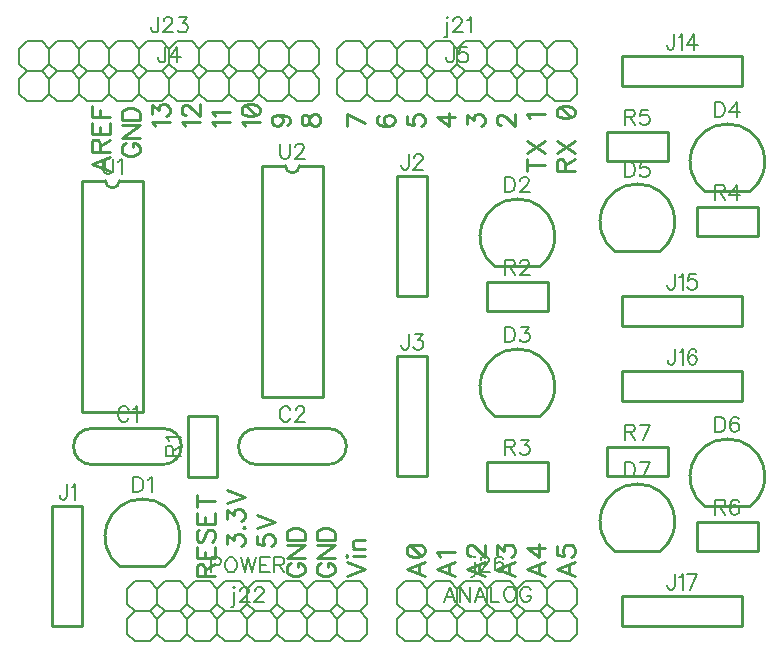
<source format=gbr>
G04 DipTrace 2.4.0.2*
%INTopSilk.gbr*%
%MOIN*%
%ADD10C,0.0098*%
%ADD15C,0.006*%
%ADD46C,0.0077*%
%ADD47C,0.0093*%
%FSLAX44Y44*%
G04*
G70*
G90*
G75*
G01*
%LNTopSilk*%
%LPD*%
X20190Y5440D2*
D15*
X20690D1*
X20940Y5190D1*
Y4690D1*
X20690Y4440D1*
X20940Y5190D2*
X21190Y5440D1*
X21690D1*
X21940Y5190D1*
Y4690D1*
X21690Y4440D1*
X21190D1*
X20940Y4690D1*
X18940Y5190D2*
X19190Y5440D1*
X19690D1*
X19940Y5190D1*
Y4690D1*
X19690Y4440D1*
X19190D1*
X18940Y4690D1*
X20190Y5440D2*
X19940Y5190D1*
Y4690D2*
X20190Y4440D1*
X20690D2*
X20190D1*
X17190Y5440D2*
X17690D1*
X17940Y5190D1*
Y4690D1*
X17690Y4440D1*
X17940Y5190D2*
X18190Y5440D1*
X18690D1*
X18940Y5190D1*
Y4690D1*
X18690Y4440D1*
X18190D1*
X17940Y4690D1*
X16940Y5190D2*
Y4690D1*
X17190Y5440D2*
X16940Y5190D1*
Y4690D2*
X17190Y4440D1*
X17690D2*
X17190D1*
X22190Y5440D2*
X22690D1*
X22940Y5190D1*
Y4690D1*
X22690Y4440D1*
X22190Y5440D2*
X21940Y5190D1*
Y4690D2*
X22190Y4440D1*
X22690D2*
X22190D1*
X16691Y23440D2*
X16191D1*
X15940Y23690D1*
Y24190D1*
X16191Y24440D1*
X17940Y23690D2*
X17691Y23440D1*
X17191D1*
X16940Y23690D1*
Y24190D1*
X17191Y24440D1*
X17691D1*
X17940Y24190D1*
X16691Y23440D2*
X16940Y23690D1*
Y24190D2*
X16691Y24440D1*
X16191D2*
X16691D1*
X19691Y23440D2*
X19191D1*
X18940Y23690D1*
Y24190D1*
X19191Y24440D1*
X18940Y23690D2*
X18691Y23440D1*
X18190D1*
X17940Y23690D1*
Y24190D1*
X18190Y24440D1*
X18691D1*
X18940Y24190D1*
X20940Y23690D2*
X20691Y23440D1*
X20190D1*
X19940Y23690D1*
Y24190D1*
X20190Y24440D1*
X20691D1*
X20940Y24190D1*
X19691Y23440D2*
X19940Y23690D1*
Y24190D2*
X19691Y24440D1*
X19191D2*
X19691D1*
X22691Y23440D2*
X22190D1*
X21940Y23690D1*
Y24190D1*
X22190Y24440D1*
X21940Y23690D2*
X21691Y23440D1*
X21190D1*
X20940Y23690D1*
Y24190D1*
X21190Y24440D1*
X21691D1*
X21940Y24190D1*
X22940Y23690D2*
Y24190D1*
X22691Y23440D2*
X22940Y23690D1*
Y24190D2*
X22691Y24440D1*
X22190D2*
X22691D1*
X15691Y23440D2*
X15190D1*
X14940Y23690D1*
Y24190D1*
X15190Y24440D1*
X15691Y23440D2*
X15940Y23690D1*
Y24190D2*
X15691Y24440D1*
X15190D2*
X15691D1*
X14190Y5440D2*
X14690D1*
X14940Y5190D1*
Y4690D1*
X14690Y4440D1*
X12940Y5190D2*
X13190Y5440D1*
X13690D1*
X13940Y5190D1*
Y4690D1*
X13690Y4440D1*
X13190D1*
X12940Y4690D1*
X14190Y5440D2*
X13940Y5190D1*
Y4690D2*
X14190Y4440D1*
X14690D2*
X14190D1*
X11190Y5440D2*
X11690D1*
X11940Y5190D1*
Y4690D1*
X11690Y4440D1*
X11940Y5190D2*
X12190Y5440D1*
X12691D1*
X12940Y5190D1*
Y4690D1*
X12691Y4440D1*
X12190D1*
X11940Y4690D1*
X9940Y5190D2*
X10190Y5440D1*
X10691D1*
X10940Y5190D1*
Y4690D1*
X10691Y4440D1*
X10190D1*
X9940Y4690D1*
X11190Y5440D2*
X10940Y5190D1*
Y4690D2*
X11190Y4440D1*
X11690D2*
X11190D1*
X8190Y5440D2*
X8691D1*
X8940Y5190D1*
Y4690D1*
X8691Y4440D1*
X8940Y5190D2*
X9190Y5440D1*
X9691D1*
X9940Y5190D1*
Y4690D1*
X9691Y4440D1*
X9190D1*
X8940Y4690D1*
X7940Y5190D2*
Y4690D1*
X8190Y5440D2*
X7940Y5190D1*
Y4690D2*
X8190Y4440D1*
X8691D2*
X8190D1*
X15190Y5440D2*
X15691D1*
X15940Y5190D1*
Y4690D1*
X15691Y4440D1*
X15190Y5440D2*
X14940Y5190D1*
Y4690D2*
X15190Y4440D1*
X15691D2*
X15190D1*
X6340Y23690D2*
X6090Y23440D1*
X5590D1*
X5340Y23690D1*
Y24190D1*
X5590Y24440D1*
X6090D1*
X6340Y24190D1*
X8090Y23440D2*
X7590D1*
X7340Y23690D1*
Y24190D1*
X7590Y24440D1*
X7340Y23690D2*
X7090Y23440D1*
X6590D1*
X6340Y23690D1*
Y24190D1*
X6590Y24440D1*
X7090D1*
X7340Y24190D1*
X9340Y23690D2*
X9090Y23440D1*
X8590D1*
X8340Y23690D1*
Y24190D1*
X8590Y24440D1*
X9090D1*
X9340Y24190D1*
X8090Y23440D2*
X8340Y23690D1*
Y24190D2*
X8090Y24440D1*
X7590D2*
X8090D1*
X11090Y23440D2*
X10590D1*
X10340Y23690D1*
Y24190D1*
X10590Y24440D1*
X10340Y23690D2*
X10090Y23440D1*
X9590D1*
X9340Y23690D1*
Y24190D1*
X9590Y24440D1*
X10090D1*
X10340Y24190D1*
X12340Y23690D2*
X12090Y23440D1*
X11590D1*
X11340Y23690D1*
Y24190D1*
X11590Y24440D1*
X12090D1*
X12340Y24190D1*
X11090Y23440D2*
X11340Y23690D1*
Y24190D2*
X11090Y24440D1*
X10590D2*
X11090D1*
X14090Y23440D2*
X13590D1*
X13340Y23690D1*
Y24190D1*
X13590Y24440D1*
X13340Y23690D2*
X13090Y23440D1*
X12590D1*
X12340Y23690D1*
Y24190D1*
X12590Y24440D1*
X13090D1*
X13340Y24190D1*
X14340Y23690D2*
Y24190D1*
X14090Y23440D2*
X14340Y23690D1*
Y24190D2*
X14090Y24440D1*
X13590D2*
X14090D1*
X5090Y23440D2*
X4590D1*
X4340Y23690D1*
Y24190D1*
X4590Y24440D1*
X5090Y23440D2*
X5340Y23690D1*
Y24190D2*
X5090Y24440D1*
X4590D2*
X5090D1*
X6340Y22690D2*
X6090Y22440D1*
X5590D1*
X5340Y22690D1*
Y23190D1*
X5590Y23440D1*
X6090D1*
X6340Y23190D1*
X8090Y22440D2*
X7590D1*
X7340Y22690D1*
Y23190D1*
X7590Y23440D1*
X7340Y22690D2*
X7090Y22440D1*
X6590D1*
X6340Y22690D1*
Y23190D1*
X6590Y23440D1*
X7090D1*
X7340Y23190D1*
X9340Y22690D2*
X9090Y22440D1*
X8590D1*
X8340Y22690D1*
Y23190D1*
X8590Y23440D1*
X9090D1*
X9340Y23190D1*
X8090Y22440D2*
X8340Y22690D1*
Y23190D2*
X8090Y23440D1*
X7590D2*
X8090D1*
X11090Y22440D2*
X10590D1*
X10340Y22690D1*
Y23190D1*
X10590Y23440D1*
X10340Y22690D2*
X10090Y22440D1*
X9590D1*
X9340Y22690D1*
Y23190D1*
X9590Y23440D1*
X10090D1*
X10340Y23190D1*
X12340Y22690D2*
X12090Y22440D1*
X11590D1*
X11340Y22690D1*
Y23190D1*
X11590Y23440D1*
X12090D1*
X12340Y23190D1*
X11090Y22440D2*
X11340Y22690D1*
Y23190D2*
X11090Y23440D1*
X10590D2*
X11090D1*
X14090Y22440D2*
X13590D1*
X13340Y22690D1*
Y23190D1*
X13590Y23440D1*
X13340Y22690D2*
X13090Y22440D1*
X12590D1*
X12340Y22690D1*
Y23190D1*
X12590Y23440D1*
X13090D1*
X13340Y23190D1*
X14340Y22690D2*
Y23190D1*
X14090Y22440D2*
X14340Y22690D1*
Y23190D2*
X14090Y23440D1*
X13590D2*
X14090D1*
X5090Y22440D2*
X4590D1*
X4340Y22690D1*
Y23190D1*
X4590Y23440D1*
X5090Y22440D2*
X5340Y22690D1*
Y23190D2*
X5090Y23440D1*
X4590D2*
X5090D1*
X16691Y22440D2*
X16191D1*
X15940Y22690D1*
Y23190D1*
X16191Y23440D1*
X17940Y22690D2*
X17691Y22440D1*
X17191D1*
X16940Y22690D1*
Y23190D1*
X17191Y23440D1*
X17691D1*
X17940Y23190D1*
X16691Y22440D2*
X16940Y22690D1*
Y23190D2*
X16691Y23440D1*
X16191D2*
X16691D1*
X19691Y22440D2*
X19191D1*
X18940Y22690D1*
Y23190D1*
X19191Y23440D1*
X18940Y22690D2*
X18691Y22440D1*
X18190D1*
X17940Y22690D1*
Y23190D1*
X18190Y23440D1*
X18691D1*
X18940Y23190D1*
X20940Y22690D2*
X20691Y22440D1*
X20190D1*
X19940Y22690D1*
Y23190D1*
X20190Y23440D1*
X20691D1*
X20940Y23190D1*
X19691Y22440D2*
X19940Y22690D1*
Y23190D2*
X19691Y23440D1*
X19191D2*
X19691D1*
X22691Y22440D2*
X22190D1*
X21940Y22690D1*
Y23190D1*
X22190Y23440D1*
X21940Y22690D2*
X21691Y22440D1*
X21190D1*
X20940Y22690D1*
Y23190D1*
X21190Y23440D1*
X21691D1*
X21940Y23190D1*
X22940Y22690D2*
Y23190D1*
X22691Y22440D2*
X22940Y22690D1*
Y23190D2*
X22691Y23440D1*
X22190D2*
X22691D1*
X15691Y22440D2*
X15190D1*
X14940Y22690D1*
Y23190D1*
X15190Y23440D1*
X15691Y22440D2*
X15940Y22690D1*
Y23190D2*
X15691Y23440D1*
X15190D2*
X15691D1*
X20190Y6440D2*
X20690D1*
X20940Y6190D1*
Y5690D1*
X20690Y5440D1*
X20940Y6190D2*
X21190Y6440D1*
X21690D1*
X21940Y6190D1*
Y5690D1*
X21690Y5440D1*
X21190D1*
X20940Y5690D1*
X18940Y6190D2*
X19190Y6440D1*
X19690D1*
X19940Y6190D1*
Y5690D1*
X19690Y5440D1*
X19190D1*
X18940Y5690D1*
X20190Y6440D2*
X19940Y6190D1*
Y5690D2*
X20190Y5440D1*
X20690D2*
X20190D1*
X17190Y6440D2*
X17690D1*
X17940Y6190D1*
Y5690D1*
X17690Y5440D1*
X17940Y6190D2*
X18190Y6440D1*
X18690D1*
X18940Y6190D1*
Y5690D1*
X18690Y5440D1*
X18190D1*
X17940Y5690D1*
X16940Y6190D2*
Y5690D1*
X17190Y6440D2*
X16940Y6190D1*
Y5690D2*
X17190Y5440D1*
X17690D2*
X17190D1*
X22190Y6440D2*
X22690D1*
X22940Y6190D1*
Y5690D1*
X22690Y5440D1*
X22190Y6440D2*
X21940Y6190D1*
Y5690D2*
X22190Y5440D1*
X22690D2*
X22190D1*
X14190Y6440D2*
X14690D1*
X14940Y6190D1*
Y5690D1*
X14690Y5440D1*
X12940Y6190D2*
X13190Y6440D1*
X13690D1*
X13940Y6190D1*
Y5690D1*
X13690Y5440D1*
X13190D1*
X12940Y5690D1*
X14190Y6440D2*
X13940Y6190D1*
Y5690D2*
X14190Y5440D1*
X14690D2*
X14190D1*
X11190Y6440D2*
X11690D1*
X11940Y6190D1*
Y5690D1*
X11690Y5440D1*
X11940Y6190D2*
X12190Y6440D1*
X12691D1*
X12940Y6190D1*
Y5690D1*
X12691Y5440D1*
X12190D1*
X11940Y5690D1*
X9940Y6190D2*
X10190Y6440D1*
X10691D1*
X10940Y6190D1*
Y5690D1*
X10691Y5440D1*
X10190D1*
X9940Y5690D1*
X11190Y6440D2*
X10940Y6190D1*
Y5690D2*
X11190Y5440D1*
X11690D2*
X11190D1*
X8190Y6440D2*
X8691D1*
X8940Y6190D1*
Y5690D1*
X8691Y5440D1*
X8940Y6190D2*
X9190Y6440D1*
X9691D1*
X9940Y6190D1*
Y5690D1*
X9691Y5440D1*
X9190D1*
X8940Y5690D1*
X7940Y6190D2*
Y5690D1*
X8190Y6440D2*
X7940Y6190D1*
Y5690D2*
X8190Y5440D1*
X8691D2*
X8190D1*
X15190Y6440D2*
X15691D1*
X15940Y6190D1*
Y5690D1*
X15691Y5440D1*
X15190Y6440D2*
X14940Y6190D1*
Y5690D2*
X15190Y5440D1*
X15691D2*
X15190D1*
X9190Y6940D2*
D10*
X7691D1*
X9193Y6942D2*
G03X7688Y6942I-752J998D01*
G01*
X21690Y16940D2*
X20191D1*
X21693Y16942D2*
G03X20188Y16942I-752J998D01*
G01*
X21690Y11940D2*
X20191D1*
X21693Y11942D2*
G03X20188Y11942I-752J998D01*
G01*
X28690Y19440D2*
X27191D1*
X28693Y19442D2*
G03X27188Y19442I-752J998D01*
G01*
X25690Y17440D2*
X24191D1*
X25693Y17442D2*
G03X24188Y17442I-752J998D01*
G01*
X28690Y8940D2*
X27191D1*
X28693Y8942D2*
G03X27188Y8942I-752J998D01*
G01*
X25690Y7440D2*
X24191D1*
X25693Y7442D2*
G03X24188Y7442I-752J998D01*
G01*
X6440Y8940D2*
X5440D1*
X6440Y4940D2*
Y8940D1*
X5440Y4940D2*
Y8940D1*
X6440Y4940D2*
X5440D1*
X17940Y19940D2*
X16940D1*
X17940Y15940D2*
Y19940D1*
X16940Y15940D2*
Y19940D1*
X17940Y15940D2*
X16940D1*
X17940Y13940D2*
X16940D1*
X17940Y9940D2*
Y13940D1*
X16940Y9940D2*
Y13940D1*
X17940Y9940D2*
X16940D1*
X28440Y22940D2*
Y23940D1*
X24440Y22940D2*
X28440D1*
X24440Y23940D2*
X28440D1*
X24440Y22940D2*
Y23940D1*
X28440Y14940D2*
Y15940D1*
X24440Y14940D2*
X28440D1*
X24440Y15940D2*
X28440D1*
X24440Y14940D2*
Y15940D1*
X28440Y12440D2*
Y13440D1*
X24440Y12440D2*
X28440D1*
X24440Y13440D2*
X28440D1*
X24440Y12440D2*
Y13440D1*
X28440Y4940D2*
Y5940D1*
X24440Y4940D2*
X28440D1*
X24440Y5940D2*
X28440D1*
X24440Y4940D2*
Y5940D1*
X9948Y9936D2*
Y11944D1*
X10932Y9936D2*
Y11944D1*
Y9936D2*
X9948D1*
X10932Y11944D2*
X9948D1*
X19936Y16432D2*
X21944D1*
X19936Y15448D2*
X21944D1*
X19936D2*
Y16432D1*
X21944Y15448D2*
Y16432D1*
X19936Y10432D2*
X21944D1*
X19936Y9448D2*
X21944D1*
X19936D2*
Y10432D1*
X21944Y9448D2*
Y10432D1*
X26936Y18932D2*
X28944D1*
X26936Y17948D2*
X28944D1*
X26936D2*
Y18932D1*
X28944Y17948D2*
Y18932D1*
X23936Y21432D2*
X25944D1*
X23936Y20448D2*
X25944D1*
X23936D2*
Y21432D1*
X25944Y20448D2*
Y21432D1*
X26936Y8432D2*
X28944D1*
X26936Y7448D2*
X28944D1*
X26936D2*
Y8432D1*
X28944Y7448D2*
Y8432D1*
X23936Y10932D2*
X25944D1*
X23936Y9948D2*
X25944D1*
X23936D2*
Y10932D1*
X25944Y9948D2*
Y10932D1*
X8464Y19798D2*
Y12082D1*
X6416D2*
X8464D1*
X6416Y19798D2*
Y12082D1*
Y19798D2*
X7204D1*
X8464D2*
X7676D1*
X7204D2*
G03X7676Y19798I236J0D01*
G01*
X14464Y20298D2*
Y12582D1*
X12416D2*
X14464D1*
X12416Y20298D2*
Y12582D1*
Y20298D2*
X13204D1*
X14464D2*
X13676D1*
X13204D2*
G03X13676Y20298I236J0D01*
G01*
X6741Y11540D2*
X9139D1*
X6741Y10340D2*
X9139D1*
G03X9139Y11540I1J600D01*
G01*
X6741D2*
G03X6741Y10340I-1J-600D01*
G01*
X12241Y11540D2*
X14639D1*
X12241Y10340D2*
X14639D1*
G03X14639Y11540I1J600D01*
G01*
X12241D2*
G03X12241Y10340I-1J-600D01*
G01*
X18873Y5765D2*
D46*
X18681Y6268D1*
X18490Y5765D1*
X18562Y5933D2*
X18801D1*
X19362Y6268D2*
Y5765D1*
X19027Y6268D1*
Y5765D1*
X19899D2*
X19708Y6268D1*
X19516Y5765D1*
X19588Y5933D2*
X19828D1*
X20054Y6268D2*
Y5765D1*
X20341D1*
X20639Y6268D2*
X20591Y6244D1*
X20543Y6196D1*
X20519Y6148D1*
X20495Y6077D1*
Y5957D1*
X20519Y5885D1*
X20543Y5837D1*
X20591Y5790D1*
X20639Y5765D1*
X20734D1*
X20782Y5790D1*
X20830Y5837D1*
X20854Y5885D1*
X20878Y5957D1*
Y6077D1*
X20854Y6148D1*
X20830Y6196D1*
X20782Y6244D1*
X20734Y6268D1*
X20639D1*
X21391Y6148D2*
X21367Y6196D1*
X21319Y6244D1*
X21271Y6268D1*
X21176D1*
X21128Y6244D1*
X21080Y6196D1*
X21056Y6148D1*
X21032Y6077D1*
Y5957D1*
X21056Y5885D1*
X21080Y5837D1*
X21128Y5790D1*
X21176Y5765D1*
X21271D1*
X21319Y5790D1*
X21367Y5837D1*
X21391Y5885D1*
Y5957D1*
X21271D1*
X18582Y25243D2*
X18606Y25219D1*
X18630Y25243D1*
X18606Y25266D1*
X18582Y25243D1*
X18606Y25075D2*
Y24668D1*
X18582Y24597D1*
X18535Y24573D1*
X18486D1*
X18809Y25122D2*
Y25146D1*
X18833Y25194D1*
X18856Y25218D1*
X18905Y25242D1*
X19000D1*
X19048Y25218D1*
X19071Y25194D1*
X19096Y25146D1*
Y25098D1*
X19071Y25050D1*
X19024Y24979D1*
X18785Y24740D1*
X19120D1*
X19274Y25146D2*
X19322Y25170D1*
X19394Y25242D1*
Y24740D1*
X11475Y6243D2*
X11499Y6219D1*
X11523Y6243D1*
X11499Y6266D1*
X11475Y6243D1*
X11499Y6075D2*
Y5668D1*
X11475Y5597D1*
X11427Y5573D1*
X11379D1*
X11701Y6122D2*
Y6146D1*
X11725Y6194D1*
X11749Y6218D1*
X11797Y6242D1*
X11893D1*
X11940Y6218D1*
X11964Y6194D1*
X11988Y6146D1*
Y6098D1*
X11964Y6050D1*
X11916Y5979D1*
X11677Y5740D1*
X12012D1*
X12191Y6122D2*
Y6146D1*
X12214Y6194D1*
X12238Y6218D1*
X12286Y6242D1*
X12382D1*
X12429Y6218D1*
X12453Y6194D1*
X12478Y6146D1*
Y6098D1*
X12453Y6050D1*
X12406Y5979D1*
X12166Y5740D1*
X12501D1*
X8970Y25242D2*
Y24860D1*
X8947Y24788D1*
X8922Y24764D1*
X8875Y24740D1*
X8827D1*
X8779Y24764D1*
X8755Y24788D1*
X8731Y24860D1*
Y24907D1*
X9149Y25122D2*
Y25146D1*
X9173Y25194D1*
X9197Y25218D1*
X9245Y25242D1*
X9340D1*
X9388Y25218D1*
X9412Y25194D1*
X9436Y25146D1*
Y25098D1*
X9412Y25050D1*
X9364Y24979D1*
X9125Y24740D1*
X9460D1*
X9662Y25242D2*
X9925D1*
X9782Y25050D1*
X9854D1*
X9901Y25027D1*
X9925Y25003D1*
X9949Y24931D1*
Y24883D1*
X9925Y24812D1*
X9877Y24763D1*
X9805Y24740D1*
X9734D1*
X9662Y24763D1*
X9639Y24788D1*
X9614Y24835D1*
X9203Y24242D2*
Y23860D1*
X9180Y23788D1*
X9155Y23764D1*
X9108Y23740D1*
X9060D1*
X9012Y23764D1*
X8988Y23788D1*
X8964Y23860D1*
Y23907D1*
X9597Y23740D2*
Y24242D1*
X9358Y23907D1*
X9716D1*
X18815Y24242D2*
Y23860D1*
X18791Y23788D1*
X18767Y23764D1*
X18720Y23740D1*
X18671D1*
X18624Y23764D1*
X18600Y23788D1*
X18576Y23860D1*
Y23907D1*
X19256Y24242D2*
X19018D1*
X18994Y24027D1*
X19018Y24050D1*
X19089Y24075D1*
X19161D1*
X19233Y24050D1*
X19281Y24003D1*
X19304Y23931D1*
Y23883D1*
X19281Y23812D1*
X19233Y23763D1*
X19161Y23740D1*
X19089D1*
X19018Y23763D1*
X18994Y23788D1*
X18970Y23835D1*
X19487Y7268D2*
X19511Y7245D1*
X19535Y7268D1*
X19511Y7292D1*
X19487Y7268D1*
X19511Y7101D2*
Y6694D1*
X19487Y6622D1*
X19439Y6599D1*
X19391D1*
X19714Y7148D2*
Y7172D1*
X19737Y7220D1*
X19761Y7244D1*
X19809Y7267D1*
X19905D1*
X19952Y7244D1*
X19976Y7220D1*
X20000Y7172D1*
Y7124D1*
X19976Y7076D1*
X19929Y7005D1*
X19689Y6765D1*
X20024D1*
X20465Y7196D2*
X20442Y7244D1*
X20370Y7267D1*
X20322D1*
X20250Y7244D1*
X20202Y7172D1*
X20179Y7052D1*
Y6933D1*
X20202Y6837D1*
X20250Y6789D1*
X20322Y6765D1*
X20346D1*
X20417Y6789D1*
X20465Y6837D1*
X20489Y6909D1*
Y6933D1*
X20465Y7005D1*
X20417Y7052D1*
X20346Y7076D1*
X20322D1*
X20250Y7052D1*
X20202Y7005D1*
X20179Y6933D1*
X10711Y6979D2*
X10926D1*
X10997Y7003D1*
X11022Y7027D1*
X11046Y7075D1*
Y7146D1*
X11022Y7194D1*
X10997Y7218D1*
X10926Y7242D1*
X10711D1*
Y6740D1*
X11344Y7242D2*
X11296Y7218D1*
X11248Y7170D1*
X11224Y7123D1*
X11200Y7051D1*
Y6931D1*
X11224Y6860D1*
X11248Y6812D1*
X11296Y6764D1*
X11344Y6740D1*
X11439D1*
X11487Y6764D1*
X11535Y6812D1*
X11559Y6860D1*
X11582Y6931D1*
Y7051D1*
X11559Y7123D1*
X11535Y7170D1*
X11487Y7218D1*
X11439Y7242D1*
X11344D1*
X11737D2*
X11857Y6740D1*
X11976Y7242D1*
X12095Y6740D1*
X12215Y7242D1*
X12680D2*
X12370D1*
Y6740D1*
X12680D1*
X12370Y7003D2*
X12561D1*
X12835D2*
X13050D1*
X13122Y7027D1*
X13146Y7051D1*
X13170Y7098D1*
Y7146D1*
X13146Y7194D1*
X13122Y7218D1*
X13050Y7242D1*
X12835D1*
Y6740D1*
X13002Y7003D2*
X13170Y6740D1*
X8136Y9922D2*
Y9420D1*
X8303D1*
X8375Y9444D1*
X8423Y9492D1*
X8447Y9540D1*
X8470Y9611D1*
Y9731D1*
X8447Y9803D1*
X8423Y9851D1*
X8375Y9899D1*
X8303Y9922D1*
X8136D1*
X8625Y9826D2*
X8673Y9851D1*
X8745Y9922D1*
Y9420D1*
X20528Y19922D2*
Y19420D1*
X20695D1*
X20767Y19444D1*
X20815Y19492D1*
X20839Y19540D1*
X20863Y19611D1*
Y19731D1*
X20839Y19803D1*
X20815Y19851D1*
X20767Y19899D1*
X20695Y19922D1*
X20528D1*
X21042Y19803D2*
Y19826D1*
X21065Y19874D1*
X21089Y19898D1*
X21137Y19922D1*
X21233D1*
X21280Y19898D1*
X21304Y19874D1*
X21329Y19826D1*
Y19779D1*
X21304Y19731D1*
X21257Y19659D1*
X21017Y19420D1*
X21352D1*
X20528Y14922D2*
Y14420D1*
X20695D1*
X20767Y14444D1*
X20815Y14492D1*
X20839Y14540D1*
X20863Y14611D1*
Y14731D1*
X20839Y14803D1*
X20815Y14851D1*
X20767Y14899D1*
X20695Y14922D1*
X20528D1*
X21065D2*
X21328D1*
X21185Y14731D1*
X21257D1*
X21304Y14707D1*
X21328Y14683D1*
X21352Y14611D1*
Y14564D1*
X21328Y14492D1*
X21280Y14444D1*
X21209Y14420D1*
X21137D1*
X21065Y14444D1*
X21042Y14468D1*
X21017Y14516D1*
X27516Y22422D2*
Y21920D1*
X27684D1*
X27755Y21944D1*
X27804Y21992D1*
X27827Y22040D1*
X27851Y22111D1*
Y22231D1*
X27827Y22303D1*
X27804Y22351D1*
X27755Y22399D1*
X27684Y22422D1*
X27516D1*
X28245Y21920D2*
Y22422D1*
X28005Y22088D1*
X28364D1*
X24528Y20422D2*
Y19920D1*
X24695D1*
X24767Y19944D1*
X24815Y19992D1*
X24839Y20040D1*
X24863Y20111D1*
Y20231D1*
X24839Y20303D1*
X24815Y20351D1*
X24767Y20399D1*
X24695Y20422D1*
X24528D1*
X25304D2*
X25065D1*
X25042Y20207D1*
X25065Y20231D1*
X25137Y20255D1*
X25209D1*
X25280Y20231D1*
X25329Y20183D1*
X25352Y20111D1*
Y20064D1*
X25329Y19992D1*
X25280Y19944D1*
X25209Y19920D1*
X25137D1*
X25065Y19944D1*
X25042Y19968D1*
X25017Y20016D1*
X27540Y11922D2*
Y11420D1*
X27708D1*
X27780Y11444D1*
X27828Y11492D1*
X27851Y11540D1*
X27875Y11611D1*
Y11731D1*
X27851Y11803D1*
X27828Y11851D1*
X27780Y11899D1*
X27708Y11922D1*
X27540D1*
X28316Y11851D2*
X28293Y11898D1*
X28221Y11922D1*
X28173D1*
X28101Y11898D1*
X28053Y11826D1*
X28030Y11707D1*
Y11588D1*
X28053Y11492D1*
X28101Y11444D1*
X28173Y11420D1*
X28197D1*
X28268Y11444D1*
X28316Y11492D1*
X28340Y11564D1*
Y11588D1*
X28316Y11659D1*
X28268Y11707D1*
X28197Y11731D1*
X28173D1*
X28101Y11707D1*
X28053Y11659D1*
X28030Y11588D1*
X24528Y10422D2*
Y9920D1*
X24695D1*
X24767Y9944D1*
X24815Y9992D1*
X24839Y10040D1*
X24863Y10111D1*
Y10231D1*
X24839Y10303D1*
X24815Y10351D1*
X24767Y10399D1*
X24695Y10422D1*
X24528D1*
X25113Y9920D2*
X25352Y10422D1*
X25017D1*
X5923Y9672D2*
Y9290D1*
X5899Y9218D1*
X5875Y9194D1*
X5827Y9170D1*
X5779D1*
X5731Y9194D1*
X5708Y9218D1*
X5683Y9290D1*
Y9337D1*
X6077Y9576D2*
X6125Y9601D1*
X6197Y9672D1*
Y9170D1*
X17315Y20672D2*
Y20290D1*
X17291Y20218D1*
X17267Y20194D1*
X17220Y20170D1*
X17171D1*
X17124Y20194D1*
X17100Y20218D1*
X17076Y20290D1*
Y20337D1*
X17494Y20552D2*
Y20576D1*
X17518Y20624D1*
X17541Y20648D1*
X17589Y20672D1*
X17685D1*
X17733Y20648D1*
X17756Y20624D1*
X17781Y20576D1*
Y20529D1*
X17756Y20481D1*
X17709Y20409D1*
X17470Y20170D1*
X17804D1*
X17315Y14672D2*
Y14290D1*
X17291Y14218D1*
X17267Y14194D1*
X17220Y14170D1*
X17171D1*
X17124Y14194D1*
X17100Y14218D1*
X17076Y14290D1*
Y14337D1*
X17518Y14672D2*
X17780D1*
X17637Y14481D1*
X17709D1*
X17756Y14457D1*
X17780Y14433D1*
X17804Y14361D1*
Y14314D1*
X17780Y14242D1*
X17733Y14194D1*
X17661Y14170D1*
X17589D1*
X17518Y14194D1*
X17494Y14218D1*
X17470Y14266D1*
X26166Y24672D2*
Y24290D1*
X26142Y24218D1*
X26118Y24194D1*
X26070Y24170D1*
X26022D1*
X25975Y24194D1*
X25951Y24218D1*
X25927Y24290D1*
Y24337D1*
X26321Y24576D2*
X26369Y24601D1*
X26440Y24672D1*
Y24170D1*
X26834D2*
Y24672D1*
X26595Y24337D1*
X26954D1*
X26178Y16672D2*
Y16290D1*
X26154Y16218D1*
X26130Y16194D1*
X26082Y16170D1*
X26034D1*
X25987Y16194D1*
X25963Y16218D1*
X25939Y16290D1*
Y16337D1*
X26332Y16576D2*
X26380Y16601D1*
X26452Y16672D1*
Y16170D1*
X26894Y16672D2*
X26655D1*
X26631Y16457D1*
X26655Y16481D1*
X26727Y16505D1*
X26798D1*
X26870Y16481D1*
X26918Y16433D1*
X26942Y16361D1*
Y16314D1*
X26918Y16242D1*
X26870Y16194D1*
X26798Y16170D1*
X26727D1*
X26655Y16194D1*
X26631Y16218D1*
X26607Y16266D1*
X26190Y14172D2*
Y13790D1*
X26166Y13718D1*
X26142Y13694D1*
X26095Y13670D1*
X26046D1*
X25999Y13694D1*
X25975Y13718D1*
X25951Y13790D1*
Y13837D1*
X26345Y14076D2*
X26393Y14101D1*
X26464Y14172D1*
Y13670D1*
X26906Y14101D2*
X26882Y14148D1*
X26810Y14172D1*
X26763D1*
X26691Y14148D1*
X26643Y14076D1*
X26619Y13957D1*
Y13837D1*
X26643Y13742D1*
X26691Y13694D1*
X26763Y13670D1*
X26786D1*
X26858Y13694D1*
X26906Y13742D1*
X26929Y13814D1*
Y13837D1*
X26906Y13909D1*
X26858Y13957D1*
X26786Y13981D1*
X26763D1*
X26691Y13957D1*
X26643Y13909D1*
X26619Y13837D1*
X26178Y6672D2*
Y6290D1*
X26154Y6218D1*
X26130Y6194D1*
X26082Y6170D1*
X26034D1*
X25987Y6194D1*
X25963Y6218D1*
X25939Y6290D1*
Y6337D1*
X26332Y6576D2*
X26380Y6601D1*
X26452Y6672D1*
Y6170D1*
X26702D2*
X26942Y6672D1*
X26607D1*
X9455Y10636D2*
Y10851D1*
X9431Y10922D1*
X9407Y10947D1*
X9360Y10970D1*
X9311D1*
X9264Y10947D1*
X9240Y10922D1*
X9216Y10851D1*
Y10636D1*
X9718D1*
X9455Y10803D2*
X9718Y10970D1*
X9312Y11125D2*
X9288Y11173D1*
X9216Y11245D1*
X9718D1*
X20528Y16925D2*
X20743D1*
X20815Y16950D1*
X20839Y16973D1*
X20863Y17021D1*
Y17069D1*
X20839Y17116D1*
X20815Y17141D1*
X20743Y17165D1*
X20528D1*
Y16662D1*
X20695Y16925D2*
X20863Y16662D1*
X21042Y17045D2*
Y17068D1*
X21065Y17116D1*
X21089Y17140D1*
X21137Y17164D1*
X21233D1*
X21280Y17140D1*
X21304Y17116D1*
X21329Y17068D1*
Y17021D1*
X21304Y16973D1*
X21257Y16901D1*
X21017Y16662D1*
X21352D1*
X20528Y10925D2*
X20743D1*
X20815Y10950D1*
X20839Y10973D1*
X20863Y11021D1*
Y11069D1*
X20839Y11116D1*
X20815Y11141D1*
X20743Y11165D1*
X20528D1*
Y10662D1*
X20695Y10925D2*
X20863Y10662D1*
X21065Y11164D2*
X21328D1*
X21185Y10973D1*
X21257D1*
X21304Y10949D1*
X21328Y10925D1*
X21352Y10853D1*
Y10806D1*
X21328Y10734D1*
X21280Y10686D1*
X21209Y10662D1*
X21137D1*
X21065Y10686D1*
X21042Y10710D1*
X21017Y10758D1*
X27516Y19425D2*
X27731D1*
X27803Y19450D1*
X27827Y19473D1*
X27851Y19521D1*
Y19569D1*
X27827Y19616D1*
X27803Y19641D1*
X27731Y19665D1*
X27516D1*
Y19162D1*
X27684Y19425D2*
X27851Y19162D1*
X28245D2*
Y19664D1*
X28005Y19330D1*
X28364D1*
X24528Y21925D2*
X24743D1*
X24815Y21950D1*
X24839Y21973D1*
X24863Y22021D1*
Y22069D1*
X24839Y22116D1*
X24815Y22141D1*
X24743Y22165D1*
X24528D1*
Y21662D1*
X24695Y21925D2*
X24863Y21662D1*
X25304Y22164D2*
X25065D1*
X25042Y21949D1*
X25065Y21973D1*
X25137Y21997D1*
X25209D1*
X25280Y21973D1*
X25329Y21925D1*
X25352Y21853D1*
Y21806D1*
X25329Y21734D1*
X25280Y21686D1*
X25209Y21662D1*
X25137D1*
X25065Y21686D1*
X25042Y21710D1*
X25017Y21758D1*
X27540Y8925D2*
X27755D1*
X27827Y8950D1*
X27851Y8973D1*
X27875Y9021D1*
Y9069D1*
X27851Y9116D1*
X27827Y9141D1*
X27755Y9165D1*
X27540D1*
Y8662D1*
X27708Y8925D2*
X27875Y8662D1*
X28316Y9093D2*
X28293Y9140D1*
X28221Y9164D1*
X28173D1*
X28101Y9140D1*
X28053Y9068D1*
X28030Y8949D1*
Y8830D1*
X28053Y8734D1*
X28101Y8686D1*
X28173Y8662D1*
X28197D1*
X28268Y8686D1*
X28316Y8734D1*
X28340Y8806D1*
Y8830D1*
X28316Y8901D1*
X28268Y8949D1*
X28197Y8973D1*
X28173D1*
X28101Y8949D1*
X28053Y8901D1*
X28030Y8830D1*
X24528Y11425D2*
X24743D1*
X24815Y11450D1*
X24839Y11473D1*
X24863Y11521D1*
Y11569D1*
X24839Y11616D1*
X24815Y11641D1*
X24743Y11665D1*
X24528D1*
Y11162D1*
X24695Y11425D2*
X24863Y11162D1*
X25113D2*
X25352Y11664D1*
X25017D1*
X7136Y20531D2*
Y20172D1*
X7159Y20100D1*
X7207Y20053D1*
X7279Y20028D1*
X7327D1*
X7399Y20053D1*
X7447Y20100D1*
X7470Y20172D1*
Y20531D1*
X7625Y20434D2*
X7673Y20459D1*
X7745Y20530D1*
Y20028D1*
X13028Y21031D2*
Y20672D1*
X13052Y20600D1*
X13100Y20553D1*
X13172Y20528D1*
X13219D1*
X13291Y20553D1*
X13339Y20600D1*
X13363Y20672D1*
Y21031D1*
X13542Y20911D2*
Y20934D1*
X13565Y20983D1*
X13589Y21006D1*
X13637Y21030D1*
X13733D1*
X13780Y21006D1*
X13804Y20983D1*
X13829Y20934D1*
Y20887D1*
X13804Y20839D1*
X13757Y20768D1*
X13517Y20528D1*
X13852D1*
X7982Y12153D2*
X7959Y12201D1*
X7910Y12249D1*
X7863Y12272D1*
X7767D1*
X7719Y12249D1*
X7672Y12201D1*
X7647Y12153D1*
X7624Y12081D1*
Y11961D1*
X7647Y11890D1*
X7672Y11842D1*
X7719Y11794D1*
X7767Y11770D1*
X7863D1*
X7910Y11794D1*
X7959Y11842D1*
X7982Y11890D1*
X8137Y12176D2*
X8185Y12201D1*
X8257Y12272D1*
Y11770D1*
X13375Y12153D2*
X13351Y12201D1*
X13303Y12249D1*
X13255Y12272D1*
X13160D1*
X13112Y12249D1*
X13064Y12201D1*
X13040Y12153D1*
X13016Y12081D1*
Y11961D1*
X13040Y11890D1*
X13064Y11842D1*
X13112Y11794D1*
X13160Y11770D1*
X13255D1*
X13303Y11794D1*
X13351Y11842D1*
X13375Y11890D1*
X13554Y12152D2*
Y12176D1*
X13577Y12224D1*
X13601Y12248D1*
X13649Y12272D1*
X13745D1*
X13792Y12248D1*
X13816Y12224D1*
X13840Y12176D1*
Y12129D1*
X13816Y12081D1*
X13769Y12009D1*
X13529Y11770D1*
X13864D1*
X10534Y6621D2*
D47*
Y6879D1*
X10505Y6965D1*
X10476Y6994D1*
X10419Y7023D1*
X10362D1*
X10305Y6994D1*
X10275Y6965D1*
X10247Y6879D1*
Y6621D1*
X10850D1*
X10534Y6822D2*
X10850Y7023D1*
X10247Y7581D2*
Y7208D1*
X10850D1*
Y7581D1*
X10534Y7208D2*
Y7437D1*
X10333Y8168D2*
X10275Y8111D1*
X10247Y8025D1*
Y7910D1*
X10275Y7824D1*
X10333Y7766D1*
X10390D1*
X10448Y7795D1*
X10476Y7824D1*
X10505Y7881D1*
X10563Y8053D1*
X10591Y8111D1*
X10620Y8139D1*
X10677Y8168D1*
X10764D1*
X10821Y8111D1*
X10850Y8025D1*
Y7910D1*
X10821Y7824D1*
X10764Y7766D1*
X10247Y8726D2*
Y8353D1*
X10850D1*
Y8726D1*
X10534Y8353D2*
Y8583D1*
X10247Y9112D2*
X10850D1*
X10247Y8911D2*
Y9313D1*
X12248Y7965D2*
Y7678D1*
X12506Y7650D1*
X12477Y7678D1*
X12448Y7765D1*
Y7850D1*
X12477Y7936D1*
X12534Y7994D1*
X12620Y8023D1*
X12677D1*
X12764Y7994D1*
X12821Y7936D1*
X12850Y7850D1*
Y7765D1*
X12821Y7678D1*
X12792Y7650D1*
X12735Y7621D1*
X12247Y8208D2*
X12850Y8437D1*
X12247Y8667D1*
X22850Y7080D2*
X22247Y6850D1*
X22850Y6621D1*
X22649Y6707D2*
Y6994D1*
X22248Y7610D2*
Y7323D1*
X22506Y7295D1*
X22477Y7323D1*
X22448Y7410D1*
Y7495D1*
X22477Y7581D1*
X22534Y7639D1*
X22620Y7668D1*
X22677D1*
X22764Y7639D1*
X22821Y7581D1*
X22850Y7495D1*
Y7410D1*
X22821Y7323D1*
X22792Y7295D1*
X22735Y7266D1*
X22534Y20121D2*
Y20379D1*
X22505Y20465D1*
X22476Y20494D1*
X22419Y20523D1*
X22362D1*
X22305Y20494D1*
X22275Y20465D1*
X22247Y20379D1*
Y20121D1*
X22850D1*
X22534Y20322D2*
X22850Y20523D1*
X22247Y20708D2*
X22850Y21110D1*
X22247D2*
X22850Y20708D1*
X22248Y22051D2*
X22276Y21965D1*
X22362Y21907D1*
X22506Y21878D1*
X22592D1*
X22735Y21907D1*
X22821Y21965D1*
X22850Y22051D1*
Y22108D1*
X22821Y22194D1*
X22735Y22251D1*
X22592Y22280D1*
X22506D1*
X22362Y22251D1*
X22276Y22194D1*
X22248Y22108D1*
Y22051D1*
X22362Y22251D2*
X22735Y21907D1*
X11248Y7678D2*
Y7993D1*
X11477Y7822D1*
Y7908D1*
X11506Y7965D1*
X11534Y7993D1*
X11620Y8023D1*
X11677D1*
X11764Y7993D1*
X11821Y7936D1*
X11850Y7850D1*
Y7764D1*
X11821Y7678D1*
X11792Y7650D1*
X11735Y7621D1*
X11792Y8236D2*
X11821Y8208D1*
X11850Y8236D1*
X11821Y8266D1*
X11792Y8236D1*
X11248Y8509D2*
Y8824D1*
X11477Y8652D1*
Y8738D1*
X11506Y8795D1*
X11534Y8824D1*
X11620Y8853D1*
X11677D1*
X11764Y8824D1*
X11821Y8767D1*
X11850Y8680D1*
Y8594D1*
X11821Y8509D1*
X11792Y8480D1*
X11735Y8451D1*
X11247Y9038D2*
X11850Y9268D1*
X11247Y9497D1*
X13390Y7051D2*
X13333Y7023D1*
X13275Y6965D1*
X13247Y6908D1*
Y6793D1*
X13275Y6735D1*
X13333Y6678D1*
X13390Y6649D1*
X13476Y6621D1*
X13620D1*
X13706Y6649D1*
X13763Y6678D1*
X13821Y6735D1*
X13850Y6793D1*
Y6908D1*
X13821Y6965D1*
X13764Y7023D1*
X13706Y7051D1*
X13620D1*
Y6908D1*
X13247Y7638D2*
X13850D1*
X13247Y7236D1*
X13850D1*
X13247Y7824D2*
X13850D1*
Y8025D1*
X13821Y8111D1*
X13764Y8169D1*
X13706Y8197D1*
X13620Y8226D1*
X13476D1*
X13390Y8197D1*
X13333Y8169D1*
X13275Y8111D1*
X13247Y8025D1*
Y7824D1*
X14390Y7051D2*
X14333Y7023D1*
X14275Y6965D1*
X14247Y6908D1*
Y6793D1*
X14275Y6735D1*
X14333Y6678D1*
X14390Y6649D1*
X14476Y6621D1*
X14620D1*
X14706Y6649D1*
X14763Y6678D1*
X14821Y6735D1*
X14850Y6793D1*
Y6908D1*
X14821Y6965D1*
X14764Y7023D1*
X14706Y7051D1*
X14620D1*
Y6908D1*
X14247Y7638D2*
X14850D1*
X14247Y7236D1*
X14850D1*
X14247Y7824D2*
X14850D1*
Y8025D1*
X14821Y8111D1*
X14764Y8169D1*
X14706Y8197D1*
X14620Y8226D1*
X14476D1*
X14390Y8197D1*
X14333Y8169D1*
X14275Y8111D1*
X14247Y8025D1*
Y7824D1*
X15247Y6621D2*
X15850Y6850D1*
X15247Y7080D1*
Y7265D2*
X15275Y7294D1*
X15247Y7323D1*
X15218Y7294D1*
X15247Y7265D1*
X15448Y7294D2*
X15850D1*
X15448Y7508D2*
X15850D1*
X15563D2*
X15476Y7594D1*
X15448Y7652D1*
Y7737D1*
X15476Y7795D1*
X15563Y7824D1*
X15850D1*
X21850Y7080D2*
X21247Y6850D1*
X21850Y6621D1*
X21649Y6707D2*
Y6994D1*
X21850Y7553D2*
X21248D1*
X21649Y7266D1*
Y7696D1*
X20850Y7080D2*
X20247Y6850D1*
X20850Y6621D1*
X20649Y6707D2*
Y6994D1*
X20248Y7323D2*
Y7638D1*
X20477Y7467D1*
Y7553D1*
X20506Y7610D1*
X20534Y7638D1*
X20620Y7668D1*
X20677D1*
X20764Y7638D1*
X20821Y7581D1*
X20850Y7495D1*
Y7409D1*
X20821Y7323D1*
X20792Y7295D1*
X20735Y7266D1*
X19850Y7080D2*
X19247Y6850D1*
X19850Y6621D1*
X19649Y6707D2*
Y6994D1*
X19391Y7295D2*
X19362D1*
X19305Y7323D1*
X19276Y7352D1*
X19248Y7410D1*
Y7524D1*
X19276Y7581D1*
X19305Y7610D1*
X19362Y7639D1*
X19419D1*
X19477Y7610D1*
X19563Y7553D1*
X19850Y7266D1*
Y7668D1*
X18850Y7080D2*
X18247Y6850D1*
X18850Y6621D1*
X18649Y6707D2*
Y6994D1*
X18362Y7266D2*
X18333Y7323D1*
X18248Y7410D1*
X18850D1*
X17850Y7080D2*
X17247Y6850D1*
X17850Y6621D1*
X17649Y6707D2*
Y6994D1*
X17248Y7438D2*
X17276Y7352D1*
X17362Y7294D1*
X17506Y7266D1*
X17592D1*
X17735Y7294D1*
X17821Y7352D1*
X17850Y7438D1*
Y7495D1*
X17821Y7581D1*
X17735Y7638D1*
X17592Y7668D1*
X17506D1*
X17362Y7638D1*
X17276Y7581D1*
X17248Y7495D1*
Y7438D1*
X17362Y7638D2*
X17735Y7294D1*
X21247Y20322D2*
X21850D1*
X21247Y20121D2*
Y20523D1*
Y20708D2*
X21850Y21110D1*
X21247D2*
X21850Y20708D1*
X21362Y21878D2*
X21333Y21936D1*
X21248Y22022D1*
X21850D1*
X20391Y21650D2*
X20362D1*
X20305Y21678D1*
X20276Y21707D1*
X20248Y21765D1*
Y21879D1*
X20276Y21936D1*
X20305Y21965D1*
X20362Y21994D1*
X20419D1*
X20477Y21965D1*
X20563Y21908D1*
X20850Y21621D1*
Y22023D1*
X18850Y21908D2*
X18248D1*
X18649Y21621D1*
Y22051D1*
X17248Y21965D2*
Y21678D1*
X17506Y21650D1*
X17477Y21678D1*
X17448Y21765D1*
Y21850D1*
X17477Y21936D1*
X17534Y21994D1*
X17620Y22023D1*
X17677D1*
X17764Y21994D1*
X17821Y21936D1*
X17850Y21850D1*
Y21765D1*
X17821Y21678D1*
X17792Y21650D1*
X17735Y21621D1*
X16333Y21965D2*
X16276Y21936D1*
X16248Y21850D1*
Y21793D1*
X16276Y21707D1*
X16362Y21649D1*
X16506Y21621D1*
X16649D1*
X16763Y21649D1*
X16821Y21707D1*
X16850Y21793D1*
Y21822D1*
X16821Y21907D1*
X16764Y21965D1*
X16677Y21993D1*
X16649D1*
X16563Y21965D1*
X16506Y21907D1*
X16477Y21822D1*
Y21793D1*
X16506Y21707D1*
X16563Y21649D1*
X16649Y21621D1*
X19248Y21678D2*
Y21993D1*
X19477Y21822D1*
Y21908D1*
X19506Y21965D1*
X19534Y21993D1*
X19620Y22023D1*
X19677D1*
X19764Y21993D1*
X19821Y21936D1*
X19850Y21850D1*
Y21764D1*
X19821Y21678D1*
X19792Y21650D1*
X19735Y21621D1*
X15850Y21735D2*
X15248Y22023D1*
Y21621D1*
X8862D2*
X8833Y21678D1*
X8748Y21765D1*
X9350D1*
X8748Y22008D2*
Y22323D1*
X8977Y22151D1*
Y22237D1*
X9006Y22294D1*
X9034Y22323D1*
X9120Y22352D1*
X9177D1*
X9264Y22323D1*
X9321Y22266D1*
X9350Y22179D1*
Y22093D1*
X9321Y22008D1*
X9292Y21979D1*
X9235Y21950D1*
X12948Y21994D2*
X13034Y21965D1*
X13092Y21908D1*
X13120Y21822D1*
Y21793D1*
X13092Y21707D1*
X13034Y21650D1*
X12948Y21621D1*
X12919D1*
X12833Y21650D1*
X12776Y21707D1*
X12748Y21793D1*
Y21822D1*
X12776Y21908D1*
X12833Y21965D1*
X12948Y21994D1*
X13092D1*
X13235Y21965D1*
X13321Y21908D1*
X13350Y21822D1*
Y21765D1*
X13321Y21678D1*
X13263Y21650D1*
X11862Y21621D2*
X11833Y21678D1*
X11748Y21765D1*
X12350D1*
X11748Y22122D2*
X11776Y22036D1*
X11862Y21978D1*
X12006Y21950D1*
X12092D1*
X12235Y21978D1*
X12321Y22036D1*
X12350Y22122D1*
Y22179D1*
X12321Y22266D1*
X12235Y22323D1*
X12092Y22352D1*
X12006D1*
X11862Y22323D1*
X11776Y22266D1*
X11748Y22179D1*
Y22122D1*
X11862Y22323D2*
X12235Y21978D1*
X10862Y21621D2*
X10833Y21678D1*
X10748Y21765D1*
X11350D1*
X10862Y21950D2*
X10833Y22008D1*
X10748Y22094D1*
X11350D1*
X9862Y21621D2*
X9833Y21678D1*
X9748Y21765D1*
X10350D1*
X9891Y21979D2*
X9862D1*
X9805Y22008D1*
X9776Y22036D1*
X9748Y22094D1*
Y22209D1*
X9776Y22266D1*
X9805Y22294D1*
X9862Y22323D1*
X9919D1*
X9977Y22294D1*
X10063Y22237D1*
X10350Y21950D1*
Y22352D1*
X13748Y21764D2*
X13776Y21678D1*
X13833Y21649D1*
X13891D1*
X13948Y21678D1*
X13977Y21735D1*
X14006Y21850D1*
X14034Y21936D1*
X14092Y21993D1*
X14149Y22022D1*
X14235D1*
X14292Y21993D1*
X14321Y21965D1*
X14350Y21879D1*
Y21764D1*
X14321Y21678D1*
X14292Y21649D1*
X14235Y21621D1*
X14149D1*
X14092Y21649D1*
X14034Y21707D1*
X14006Y21793D1*
X13977Y21907D1*
X13948Y21965D1*
X13891Y21993D1*
X13833D1*
X13776Y21965D1*
X13748Y21879D1*
Y21764D1*
X7890Y21051D2*
X7833Y21023D1*
X7775Y20965D1*
X7747Y20908D1*
Y20793D1*
X7775Y20735D1*
X7833Y20678D1*
X7890Y20649D1*
X7976Y20621D1*
X8120D1*
X8206Y20649D1*
X8263Y20678D1*
X8321Y20735D1*
X8350Y20793D1*
Y20908D1*
X8321Y20965D1*
X8264Y21023D1*
X8206Y21051D1*
X8120D1*
Y20908D1*
X7747Y21638D2*
X8350D1*
X7747Y21236D1*
X8350D1*
X7747Y21824D2*
X8350D1*
Y22025D1*
X8321Y22111D1*
X8264Y22169D1*
X8206Y22197D1*
X8120Y22226D1*
X7976D1*
X7890Y22197D1*
X7833Y22169D1*
X7775Y22111D1*
X7747Y22025D1*
Y21824D1*
X7350Y20580D2*
X6747Y20350D1*
X7350Y20121D1*
X7149Y20207D2*
Y20494D1*
X7034Y20766D2*
Y21024D1*
X7005Y21110D1*
X6976Y21139D1*
X6919Y21168D1*
X6862D1*
X6805Y21139D1*
X6775Y21110D1*
X6747Y21024D1*
Y20766D1*
X7350D1*
X7034Y20967D2*
X7350Y21168D1*
X6747Y21726D2*
Y21353D1*
X7350D1*
Y21726D1*
X7034Y21353D2*
Y21582D1*
X6747Y22284D2*
Y21911D1*
X7350D1*
X7034D2*
Y22140D1*
M02*

</source>
